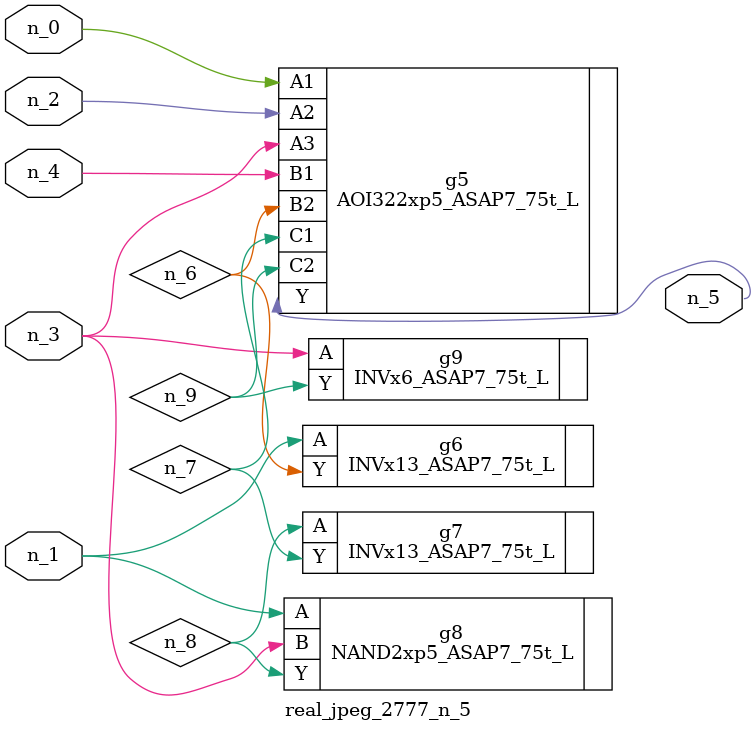
<source format=v>
module real_jpeg_2777_n_5 (n_4, n_0, n_1, n_2, n_3, n_5);

input n_4;
input n_0;
input n_1;
input n_2;
input n_3;

output n_5;

wire n_8;
wire n_6;
wire n_7;
wire n_9;

AOI322xp5_ASAP7_75t_L g5 ( 
.A1(n_0),
.A2(n_2),
.A3(n_3),
.B1(n_4),
.B2(n_6),
.C1(n_7),
.C2(n_9),
.Y(n_5)
);

INVx13_ASAP7_75t_L g6 ( 
.A(n_1),
.Y(n_6)
);

NAND2xp5_ASAP7_75t_L g8 ( 
.A(n_1),
.B(n_3),
.Y(n_8)
);

INVx6_ASAP7_75t_L g9 ( 
.A(n_3),
.Y(n_9)
);

INVx13_ASAP7_75t_L g7 ( 
.A(n_8),
.Y(n_7)
);


endmodule
</source>
